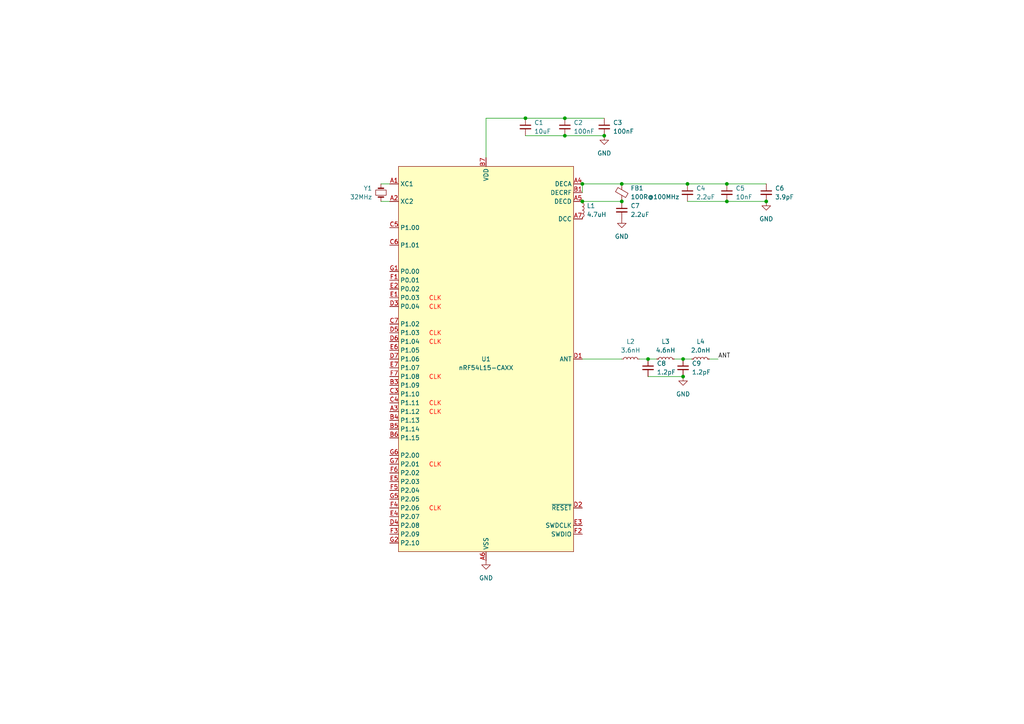
<source format=kicad_sch>
(kicad_sch (version 20241209) (generator "eeschema") (generator_version "8.99")
  (paper "A4")
  (lib_symbols
    (symbol "Device:C_Small" (pin_numbers (hide yes)) (pin_names (offset 0.254) (hide yes))
      (property "Reference" "C" (at 0.254 1.778 0))
      (property "Value" "C_Small" (at 0.254 -2.032 0))
      (symbol "C_Small_0_1"
        (polyline (pts (xy -1.524 0.508) (xy 1.524 0.508)) (stroke (width 0.3048)))
        (polyline (pts (xy -1.524 -0.508) (xy 1.524 -0.508)) (stroke (width 0.3302)))
      )
      (symbol "C_Small_1_1"
        (pin passive line (at 0 2.54 270) (length 2.032) (name "~") (number "1"))
        (pin passive line (at 0 -2.54 90) (length 2.032) (name "~") (number "2"))
      )
    )
    (symbol "Device:Crystal_Small" (pin_numbers (hide yes)) (pin_names (offset 1.016) (hide yes))
      (property "Reference" "Y" (at 0 2.54 0))
      (property "Value" "Crystal_Small" (at 0 -2.54 0))
      (symbol "Crystal_Small_0_1"
        (polyline (pts (xy -1.27 -0.762) (xy -1.27 0.762)) (stroke (width 0.381)))
        (rectangle (start -0.762 -1.524) (end 0.762 1.524))
        (polyline (pts (xy 1.27 -0.762) (xy 1.27 0.762)) (stroke (width 0.381)))
      )
      (symbol "Crystal_Small_1_1"
        (pin passive line (at -2.54 0 0) (length 1.27) (name "1") (number "1"))
        (pin passive line (at 2.54 0 180) (length 1.27) (name "2") (number "2"))
      )
    )
    (symbol "Device:FerriteBead_Small" (pin_numbers (hide yes)) (pin_names (offset 0))
      (property "Reference" "FB" (at 1.905 1.27 0))
      (property "Value" "FerriteBead_Small" (at 1.905 -1.27 0))
      (symbol "FerriteBead_Small_0_1"
        (polyline (pts (xy -1.8288 0.2794) (xy -1.1176 1.4986) (xy 1.8288 -0.2032) (xy 1.1176 -1.4224) (xy -1.8288 0.2794)))
        (polyline (pts (xy 0 0.889) (xy 0 1.2954)))
        (polyline (pts (xy 0 -1.27) (xy 0 -0.7874)))
      )
      (symbol "FerriteBead_Small_1_1"
        (pin passive line (at 0 2.54 270) (length 1.27) (name "~") (number "1"))
        (pin passive line (at 0 -2.54 90) (length 1.27) (name "~") (number "2"))
      )
    )
    (symbol "Device:L_Small" (pin_numbers (hide yes)) (pin_names (offset 0.254) (hide yes))
      (property "Reference" "L" (at 0.762 1.016 0))
      (property "Value" "L_Small" (at 0.762 -1.016 0))
      (symbol "L_Small_0_1"
        (arc (start 0 2.032) (mid 0.5058 1.524) (end 0 1.016))
        (arc (start 0 1.016) (mid 0.5058 0.508) (end 0 0))
        (arc (start 0 0) (mid 0.5058 -0.508) (end 0 -1.016))
        (arc (start 0 -1.016) (mid 0.5058 -1.524) (end 0 -2.032))
      )
      (symbol "L_Small_1_1"
        (pin passive line (at 0 2.54 270) (length 0.508) (name "~") (number "1"))
        (pin passive line (at 0 -2.54 90) (length 0.508) (name "~") (number "2"))
      )
    )
    (symbol "nordic-lib-kicad-nrf54l:nRF54L15-CAXX"
      (property "Reference" "U" (at 0 0 0))
      (property "Value" "nRF54L15-CAXX" (at 0 -2.54 0))
      (symbol "nRF54L15-CAXX_1_0"
        (pin bidirectional line (at -27.94 50.8 0) (length 2.54) (name "XC1") (number "A1"))
        (pin bidirectional line (at -27.94 45.72 0) (length 2.54) (name "XC2") (number "A2"))
        (pin bidirectional line (at -27.94 38.1 0) (length 2.54) (name "P1.00") (number "C5"))
        (pin bidirectional line (at -27.94 33.02 0) (length 2.54) (name "P1.01") (number "C6"))
        (pin bidirectional line (at -27.94 25.4 0) (length 2.54) (name "P0.00") (number "G1"))
        (pin bidirectional line (at -27.94 22.86 0) (length 2.54) (name "P0.01") (number "F1"))
        (pin bidirectional line (at -27.94 20.32 0) (length 2.54) (name "P0.02") (number "E2"))
        (pin bidirectional line (at -27.94 17.78 0) (length 2.54) (name "P0.03") (number "E1"))
        (pin bidirectional line (at -27.94 15.24 0) (length 2.54) (name "P0.04") (number "D3"))
        (pin bidirectional line (at -27.94 10.16 0) (length 2.54) (name "P1.02") (number "C7"))
        (pin bidirectional line (at -27.94 7.62 0) (length 2.54) (name "P1.03") (number "D5"))
        (pin bidirectional line (at -27.94 5.08 0) (length 2.54) (name "P1.04") (number "D6"))
        (pin bidirectional line (at -27.94 2.54 0) (length 2.54) (name "P1.05") (number "E6"))
        (pin bidirectional line (at -27.94 0 0) (length 2.54) (name "P1.06") (number "D7"))
        (pin bidirectional line (at -27.94 -2.54 0) (length 2.54) (name "P1.07") (number "E7"))
        (pin bidirectional line (at -27.94 -5.08 0) (length 2.54) (name "P1.08") (number "F7"))
        (pin bidirectional line (at -27.94 -7.62 0) (length 2.54) (name "P1.09") (number "B3"))
        (pin bidirectional line (at -27.94 -10.16 0) (length 2.54) (name "P1.10") (number "C3"))
        (pin bidirectional line (at -27.94 -12.7 0) (length 2.54) (name "P1.11") (number "C4"))
        (pin bidirectional line (at -27.94 -15.24 0) (length 2.54) (name "P1.12") (number "A3"))
        (pin bidirectional line (at -27.94 -17.78 0) (length 2.54) (name "P1.13") (number "B4"))
        (pin bidirectional line (at -27.94 -20.32 0) (length 2.54) (name "P1.14") (number "B5"))
        (pin bidirectional line (at -27.94 -22.86 0) (length 2.54) (name "P1.15") (number "B6"))
        (pin bidirectional line (at -27.94 -27.94 0) (length 2.54) (name "P2.00") (number "G6"))
        (pin bidirectional line (at -27.94 -30.48 0) (length 2.54) (name "P2.01") (number "G7"))
        (pin bidirectional line (at -27.94 -33.02 0) (length 2.54) (name "P2.02") (number "F6"))
        (pin bidirectional line (at -27.94 -35.56 0) (length 2.54) (name "P2.03") (number "E5"))
        (pin bidirectional line (at -27.94 -38.1 0) (length 2.54) (name "P2.04") (number "F5"))
        (pin bidirectional line (at -27.94 -40.64 0) (length 2.54) (name "P2.05") (number "G5"))
        (pin bidirectional line (at -27.94 -43.18 0) (length 2.54) (name "P2.06") (number "F4"))
        (pin bidirectional line (at -27.94 -45.72 0) (length 2.54) (name "P2.07") (number "E4"))
        (pin bidirectional line (at -27.94 -48.26 0) (length 2.54) (name "P2.08") (number "D4"))
        (pin bidirectional line (at -27.94 -50.8 0) (length 2.54) (name "P2.09") (number "F3"))
        (pin bidirectional line (at -27.94 -53.34 0) (length 2.54) (name "P2.10") (number "G2"))
        (pin power_in line (at 0 58.42 270) (length 2.54) (name "VDD") (number "B7"))
        (pin passive line (at 0 58.42 270) (length 2.54) (hide yes) (name "VDD") (number "G3"))
        (pin power_in line (at 0 -58.42 90) (length 2.54) (name "VSS") (number "A6"))
        (pin passive line (at 0 -58.42 90) (length 2.54) (hide yes) (name "VSS_PA") (number "C2"))
        (pin passive line (at 0 -58.42 90) (length 2.54) (hide yes) (name "VSS") (number "G4"))
        (pin passive line (at 27.94 50.8 180) (length 2.54) (name "DECA") (number "A4"))
        (pin passive line (at 27.94 45.72 180) (length 2.54) (name "DECD") (number "A5"))
        (pin power_out line (at 27.94 40.64 180) (length 2.54) (name "DCC") (number "A7"))
        (pin output line (at 27.94 0 180) (length 2.54) (name "ANT") (number "D1"))
        (pin input line (at 27.94 -43.18 180) (length 2.54) (name "~{RESET}") (number "D2"))
        (pin input line (at 27.94 -48.26 180) (length 2.54) (name "SWDCLK") (number "E3"))
        (pin bidirectional line (at 27.94 -50.8 180) (length 2.54) (name "SWDIO") (number "F2"))
      )
      (symbol "nRF54L15-CAXX_1_1"
        (rectangle (start -25.4 55.88) (end 25.4 -55.88) (fill (type background)))
        (text "CLK" (at -14.732 17.78 0) (effects (font (size 1.27 1.27))))
        (text "CLK" (at -14.732 15.24 0) (effects (font (size 1.27 1.27))))
        (text "CLK" (at -14.732 7.62 0) (effects (font (size 1.27 1.27))))
        (text "CLK" (at -14.732 5.08 0) (effects (font (size 1.27 1.27))))
        (text "CLK" (at -14.732 -5.08 0) (effects (font (size 1.27 1.27))))
        (text "CLK" (at -14.732 -12.7 0) (effects (font (size 1.27 1.27))))
        (text "CLK" (at -14.732 -15.24 0) (effects (font (size 1.27 1.27))))
        (text "CLK" (at -14.732 -30.48 0) (effects (font (size 1.27 1.27))))
        (text "CLK" (at -14.732 -43.18 0) (effects (font (size 1.27 1.27))))
        (pin passive line (at 27.94 48.26 180) (length 2.54) (name "DECRF") (number "B1"))
      )
    )
    (symbol "power:GND" (power) (pin_numbers (hide yes)) (pin_names (offset 0) (hide yes))
      (property "Value" "GND" (at 0 -3.81 0))
      (symbol "GND_0_1"
        (polyline (pts (xy 0 0) (xy 0 -1.27) (xy 1.27 -1.27) (xy 0 -2.54) (xy -1.27 -1.27) (xy 0 -1.27)))
      )
      (symbol "GND_1_1"
        (pin power_in line (at 0 0 270) (length 0) (name "~") (number "1"))
      )
    )
  )
  (junction (at 180.34 53.34))
  (junction (at 168.91 58.42))
  (junction (at 187.96 104.14))
  (junction (at 168.91 53.34))
  (junction (at 222.25 58.42))
  (junction (at 198.12 109.22))
  (junction (at 199.39 53.34))
  (junction (at 210.82 58.42))
  (junction (at 210.82 53.34))
  (junction (at 163.83 34.29))
  (junction (at 175.26 39.37))
  (junction (at 198.12 104.14))
  (junction (at 180.34 58.42))
  (junction (at 163.83 39.37))
  (junction (at 152.4 34.29))
  (wire (pts (xy 168.91 53.34) (xy 180.34 53.34)))
  (wire (pts (xy 180.34 53.34) (xy 199.39 53.34)))
  (wire (pts (xy 168.91 104.14) (xy 180.34 104.14)))
  (wire (pts (xy 222.25 58.42) (xy 210.82 58.42)))
  (wire (pts (xy 187.96 104.14) (xy 185.42 104.14)))
  (wire (pts (xy 163.83 39.37) (xy 175.26 39.37)))
  (wire (pts (xy 110.49 58.42) (xy 113.03 58.42)))
  (wire (pts (xy 168.91 58.42) (xy 180.34 58.42)))
  (wire (pts (xy 152.4 39.37) (xy 163.83 39.37)))
  (wire (pts (xy 195.58 104.14) (xy 198.12 104.14)))
  (wire (pts (xy 210.82 53.34) (xy 222.25 53.34)))
  (wire (pts (xy 199.39 53.34) (xy 210.82 53.34)))
  (wire (pts (xy 140.97 34.29) (xy 152.4 34.29)))
  (wire (pts (xy 168.91 53.34) (xy 168.91 55.88)))
  (wire (pts (xy 205.74 104.14) (xy 208.28 104.14)))
  (wire (pts (xy 163.83 34.29) (xy 175.26 34.29)))
  (wire (pts (xy 110.49 53.34) (xy 113.03 53.34)))
  (wire (pts (xy 152.4 34.29) (xy 163.83 34.29)))
  (wire (pts (xy 199.39 58.42) (xy 210.82 58.42)))
  (wire (pts (xy 187.96 109.22) (xy 198.12 109.22)))
  (wire (pts (xy 198.12 104.14) (xy 200.66 104.14)))
  (wire (pts (xy 140.97 45.72) (xy 140.97 34.29)))
  (wire (pts (xy 190.5 104.14) (xy 187.96 104.14)))
  (label "ANT" (at 208.28 104.14 0))
  (symbol (lib_id "Device:C_Small") (at 199.39 55.88 0) (unit 1)
    (property "Reference" "C4" (at 201.93 54.6162 0) (effects (justify left)))
    (property "Value" "2.2uF" (at 201.93 57.1562 0) (effects (justify left)))
    (property "Description" "Unpolarized capacitor, small symbol" (effects (hide yes)))
  )
  (symbol (lib_id "Device:C_Small") (at 180.34 60.96 0) (unit 1)
    (property "Reference" "C7" (at 182.88 59.6962 0) (effects (justify left)))
    (property "Value" "2.2uF" (at 182.88 62.2362 0) (effects (justify left)))
    (property "Description" "Unpolarized capacitor, small symbol" (effects (hide yes)))
  )
  (symbol (lib_id "Device:C_Small") (at 163.83 36.83 0) (unit 1)
    (property "Reference" "C2" (at 166.37 35.5662 0) (effects (justify left)))
    (property "Value" "100nF" (at 166.37 38.1062 0) (effects (justify left)))
    (property "Description" "Unpolarized capacitor, small symbol" (effects (hide yes)))
  )
  (symbol (lib_id "Device:Crystal_Small") (at 110.49 55.88 90) (unit 1)
    (property "Reference" "Y1" (at 107.95 54.6099 90) (effects (justify left)))
    (property "Value" "32MHz" (at 107.95 57.1499 90) (effects (justify left)))
    (property "Description" "Two pin crystal, small symbol" (effects (hide yes)))
  )
  (symbol (lib_id "power:GND") (at 175.26 39.37 0) (unit 1)
    (property "Reference" "#PWR01" (effects (hide yes)))
    (property "Value" "GND" (at 175.26 44.45 0))
    (property "Description" "Power symbol creates a global label with name \"GND\" , ground" (effects (hide yes)))
  )
  (symbol (lib_id "Device:L_Small") (at 203.2 104.14 90) (unit 1)
    (property "Reference" "L4" (at 203.2 99.06 90))
    (property "Value" "2.0nH" (at 203.2 101.6 90))
    (property "Description" "Inductor, small symbol" (effects (hide yes)))
  )
  (symbol (lib_id "Device:C_Small") (at 187.96 106.68 0) (unit 1)
    (property "Reference" "C8" (at 190.5 105.4162 0) (effects (justify left)))
    (property "Value" "1.2pF" (at 190.5 107.9562 0) (effects (justify left)))
    (property "Description" "Unpolarized capacitor, small symbol" (effects (hide yes)))
  )
  (symbol (lib_id "Device:C_Small") (at 210.82 55.88 0) (unit 1)
    (property "Reference" "C5" (at 213.36 54.6162 0) (effects (justify left)))
    (property "Value" "10nF" (at 213.36 57.1562 0) (effects (justify left)))
    (property "Description" "Unpolarized capacitor, small symbol" (effects (hide yes)))
  )
  (symbol (lib_id "Device:L_Small") (at 182.88 104.14 90) (unit 1)
    (property "Reference" "L2" (at 182.88 99.06 90))
    (property "Value" "3.6nH" (at 182.88 101.6 90))
    (property "Description" "Inductor, small symbol" (effects (hide yes)))
  )
  (symbol (lib_id "Device:C_Small") (at 152.4 36.83 0) (unit 1)
    (property "Reference" "C1" (at 154.94 35.5662 0) (effects (justify left)))
    (property "Value" "10uF" (at 154.94 38.1062 0) (effects (justify left)))
    (property "Description" "Unpolarized capacitor, small symbol" (effects (hide yes)))
  )
  (symbol (lib_id "power:GND") (at 180.34 63.5 0) (unit 1)
    (property "Reference" "#PWR03" (effects (hide yes)))
    (property "Value" "GND" (at 180.34 68.58 0))
    (property "Description" "Power symbol creates a global label with name \"GND\" , ground" (effects (hide yes)))
  )
  (symbol (lib_id "Device:C_Small") (at 198.12 106.68 0) (unit 1)
    (property "Reference" "C9" (at 200.66 105.4162 0) (effects (justify left)))
    (property "Value" "1.2pF" (at 200.66 107.9562 0) (effects (justify left)))
    (property "Description" "Unpolarized capacitor, small symbol" (effects (hide yes)))
  )
  (symbol (lib_id "Device:FerriteBead_Small") (at 180.34 55.88 0) (unit 1)
    (property "Reference" "FB1" (at 182.88 54.5718 0) (effects (justify left)))
    (property "Value" "100R@100MHz" (at 182.88 57.1118 0) (effects (justify left)))
    (property "Description" "Ferrite bead, small symbol" (effects (hide yes)))
  )
  (symbol (lib_id "power:GND") (at 198.12 109.22 0) (unit 1)
    (property "Reference" "#PWR04" (effects (hide yes)))
    (property "Value" "GND" (at 198.12 114.3 0))
    (property "Description" "Power symbol creates a global label with name \"GND\" , ground" (effects (hide yes)))
  )
  (symbol (lib_id "Device:L_Small") (at 193.04 104.14 90) (unit 1)
    (property "Reference" "L3" (at 193.04 99.06 90))
    (property "Value" "4.6nH" (at 193.04 101.6 90))
    (property "Description" "Inductor, small symbol" (effects (hide yes)))
  )
  (symbol (lib_id "power:GND") (at 140.97 162.56 0) (unit 1)
    (property "Reference" "#PWR05" (effects (hide yes)))
    (property "Value" "GND" (at 140.97 167.64 0))
    (property "Description" "Power symbol creates a global label with name \"GND\" , ground" (effects (hide yes)))
  )
  (symbol (lib_id "Device:C_Small") (at 175.26 36.83 0) (unit 1)
    (property "Reference" "C3" (at 177.8 35.5662 0) (effects (justify left)))
    (property "Value" "100nF" (at 177.8 38.1062 0) (effects (justify left)))
    (property "Description" "Unpolarized capacitor, small symbol" (effects (hide yes)))
  )
  (symbol (lib_id "Device:L_Small") (at 168.91 60.96 0) (unit 1)
    (property "Reference" "L1" (at 170.18 59.6899 0) (effects (justify left)))
    (property "Value" "4.7uH" (at 170.18 62.2299 0) (effects (justify left)))
    (property "Description" "Inductor, small symbol" (effects (hide yes)))
  )
  (symbol (lib_id "nordic-lib-kicad-nrf54l:nRF54L15-CAXX") (at 140.97 104.14 0) (unit 1)
    (property "Reference" "U1" (at 140.97 104.14 0))
    (property "Value" "nRF54L15-CAXX" (at 140.97 106.68 0))
    (property "Footprint" "nordic-lib-kicad-nrf54:BGA-47_7x7_2.451x2.245mm" (effects (hide yes)))
    (property "Description" "nRF54L Dual Core Multiprotocol BLE SoC" (effects (hide yes)))
  )
  (symbol (lib_id "Device:C_Small") (at 222.25 55.88 0) (unit 1)
    (property "Reference" "C6" (at 224.79 54.6162 0) (effects (justify left)))
    (property "Value" "3.9pF" (at 224.79 57.1562 0) (effects (justify left)))
    (property "Description" "Unpolarized capacitor, small symbol" (effects (hide yes)))
  )
  (symbol (lib_id "power:GND") (at 222.25 58.42 0) (unit 1)
    (property "Reference" "#PWR02" (effects (hide yes)))
    (property "Value" "GND" (at 222.25 63.5 0))
    (property "Description" "Power symbol creates a global label with name \"GND\" , ground" (effects (hide yes)))
  )
)
</source>
